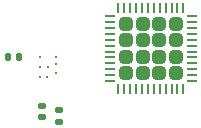
<source format=gbr>
%TF.GenerationSoftware,KiCad,Pcbnew,8.0.0*%
%TF.CreationDate,2024-03-05T20:17:21-06:00*%
%TF.ProjectId,rigel-a-hw,72696765-6c2d-4612-9d68-772e6b696361,rev?*%
%TF.SameCoordinates,Original*%
%TF.FileFunction,Paste,Top*%
%TF.FilePolarity,Positive*%
%FSLAX46Y46*%
G04 Gerber Fmt 4.6, Leading zero omitted, Abs format (unit mm)*
G04 Created by KiCad (PCBNEW 8.0.0) date 2024-03-05 20:17:21*
%MOMM*%
%LPD*%
G01*
G04 APERTURE LIST*
G04 Aperture macros list*
%AMRoundRect*
0 Rectangle with rounded corners*
0 $1 Rounding radius*
0 $2 $3 $4 $5 $6 $7 $8 $9 X,Y pos of 4 corners*
0 Add a 4 corners polygon primitive as box body*
4,1,4,$2,$3,$4,$5,$6,$7,$8,$9,$2,$3,0*
0 Add four circle primitives for the rounded corners*
1,1,$1+$1,$2,$3*
1,1,$1+$1,$4,$5*
1,1,$1+$1,$6,$7*
1,1,$1+$1,$8,$9*
0 Add four rect primitives between the rounded corners*
20,1,$1+$1,$2,$3,$4,$5,0*
20,1,$1+$1,$4,$5,$6,$7,0*
20,1,$1+$1,$6,$7,$8,$9,0*
20,1,$1+$1,$8,$9,$2,$3,0*%
G04 Aperture macros list end*
%ADD10RoundRect,0.140000X-0.170000X0.140000X-0.170000X-0.140000X0.170000X-0.140000X0.170000X0.140000X0*%
%ADD11RoundRect,0.140000X0.140000X0.170000X-0.140000X0.170000X-0.140000X-0.170000X0.140000X-0.170000X0*%
%ADD12C,0.320000*%
%ADD13RoundRect,0.250000X-0.315000X0.315000X-0.315000X-0.315000X0.315000X-0.315000X0.315000X0.315000X0*%
%ADD14RoundRect,0.062500X-0.062500X0.375000X-0.062500X-0.375000X0.062500X-0.375000X0.062500X0.375000X0*%
%ADD15RoundRect,0.062500X-0.375000X0.062500X-0.375000X-0.062500X0.375000X-0.062500X0.375000X0.062500X0*%
G04 APERTURE END LIST*
D10*
%TO.C,C22*%
X111400000Y-113920000D03*
X111400000Y-114880000D03*
%TD*%
D11*
%TO.C,C20*%
X109480000Y-109800000D03*
X108520000Y-109800000D03*
%TD*%
D12*
%TO.C,IC1*%
X112600000Y-111140000D03*
X112600000Y-110430000D03*
X112600000Y-109800000D03*
X111825000Y-111480000D03*
X111910000Y-110640000D03*
X111220000Y-111480000D03*
X111220000Y-110640000D03*
X111220000Y-109800000D03*
%TD*%
D13*
%TO.C,U1*%
X122710000Y-107000000D03*
X121310000Y-107000000D03*
X119910000Y-107000000D03*
X118510000Y-107000000D03*
X122710000Y-108400000D03*
X121310000Y-108400000D03*
X119910000Y-108400000D03*
X118510000Y-108400000D03*
X122710000Y-109800000D03*
X121310000Y-109800000D03*
X119910000Y-109800000D03*
X118510000Y-109800000D03*
X122710000Y-111200000D03*
X121310000Y-111200000D03*
X119910000Y-111200000D03*
X118510000Y-111200000D03*
D14*
X123360000Y-105662500D03*
X122860000Y-105662500D03*
X122360000Y-105662500D03*
X121860000Y-105662500D03*
X121360000Y-105662500D03*
X120860000Y-105662500D03*
X120360000Y-105662500D03*
X119860000Y-105662500D03*
X119360000Y-105662500D03*
X118860000Y-105662500D03*
X118360000Y-105662500D03*
X117860000Y-105662500D03*
D15*
X117172500Y-106350000D03*
X117172500Y-106850000D03*
X117172500Y-107350000D03*
X117172500Y-107850000D03*
X117172500Y-108350000D03*
X117172500Y-108850000D03*
X117172500Y-109350000D03*
X117172500Y-109850000D03*
X117172500Y-110350000D03*
X117172500Y-110850000D03*
X117172500Y-111350000D03*
X117172500Y-111850000D03*
D14*
X117860000Y-112537500D03*
X118360000Y-112537500D03*
X118860000Y-112537500D03*
X119360000Y-112537500D03*
X119860000Y-112537500D03*
X120360000Y-112537500D03*
X120860000Y-112537500D03*
X121360000Y-112537500D03*
X121860000Y-112537500D03*
X122360000Y-112537500D03*
X122860000Y-112537500D03*
X123360000Y-112537500D03*
D15*
X124047500Y-111850000D03*
X124047500Y-111350000D03*
X124047500Y-110850000D03*
X124047500Y-110350000D03*
X124047500Y-109850000D03*
X124047500Y-109350000D03*
X124047500Y-108850000D03*
X124047500Y-108350000D03*
X124047500Y-107850000D03*
X124047500Y-107350000D03*
X124047500Y-106850000D03*
X124047500Y-106350000D03*
%TD*%
D10*
%TO.C,C21*%
X112800000Y-114320000D03*
X112800000Y-115280000D03*
%TD*%
M02*

</source>
